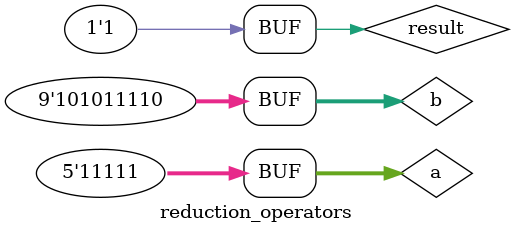
<source format=v>
module reduction_operators();
reg[4:0] a=5'b1_1111;
reg[8:0] b=9'b1_0101_1110;
reg result;
initial begin
$monitor("MON a=%b, b=%b, result=%b", a,b,result);
end
initial begin
result=&a;
#1;
result=&b;
#1;
result=~(&a);
#1;
result=~(&b);
#1;
result=|a;
#1;
result=~|b;
#1;
result=^a;
#1;
result=~(^a);
#1;
result=^b;
#1;
result=~(^b);
end
endmodule
</source>
